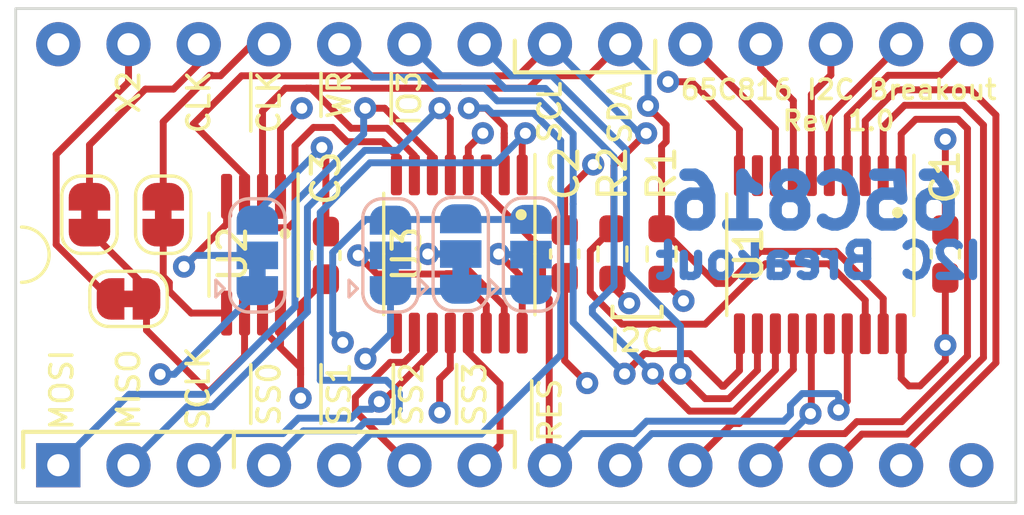
<source format=kicad_pcb>
(kicad_pcb (version 20211014) (generator pcbnew)
  (layers (0 "F.Cu" signal) (1 "In1.Cu" signal) (2 "In2.Cu" signal) (31 "B.Cu" signal) (35 "F.Paste" user) (37 "F.SilkS" user "F.Silkscreen") (38 "B.Mask" user) (39 "F.Mask" user) (44 "Edge.Cuts" user))
  (net 0 "")
  (net 1 "/MOSI")
  (net 2 "/MISO")
  (net 3 "/SPICLK")
  (net 4 "/~{SS0}")
  (net 5 "/~{SS1}")
  (net 6 "/~{SS2}")
  (net 7 "/~{SS3}")
  (net 8 "/~{RES}")
  (net 9 "/A1")
  (net 10 "/A0")
  (net 11 "/D0")
  (net 12 "/D1")
  (net 13 "/D2")
  (net 14 "/D3")
  (net 15 "/D4")
  (net 16 "/D5")
  (net 17 "/D6")
  (net 18 "/D7")
  (net 19 "/SDA")
  (net 20 "/SCL")
  (net 21 "/~{RD}")
  (net 22 "/~{IO3}")
  (net 23 "/~{WR}")
  (net 24 "/CLK_INV")
  (net 25 "/CLK")
  (net 26 "/X2_OUT")
  (net 27 "GND")
  (net 28 "+3.3V")
  (net 32 "/CLK_A0")
  (net 33 "/SPI_A0")
  (net 34 "/SPI_A1")
  (net 35 "/SPI_A2")
  (net 36 "/CLK_OUT0")
  (net 37 "/CLK_OUT1")
  (footprint "Resistor_SMD:R_0603_1608Metric_Pad0.98x0.95mm_HandSolder" (layer "F.Cu") (at 150.4696 59.5376 -90)
    (fp_text reference "R1")
    (fp_text value "R")
  )
  (footprint "Package_SO:TSSOP-16_4.4x5mm_P0.65mm" (layer "F.Cu") (at 143.1544 59.5376 -90)
    (fp_text reference "U3")
    (fp_text value "SC18IS602B")
  )
  (footprint "Jumper:SolderJumper-2_P1.3mm_Bridged_RoundedPad1.0x1.5mm" (layer "F.Cu") (at 132.446 58.1152 90)
    (fp_text reference "JP4" hide)
    (fp_text value "CLK_INV")
  )
  (footprint "Jumper:SolderJumper-2_P1.3mm_Bridged_RoundedPad1.0x1.5mm" (layer "F.Cu") (at 131.191 61.1632 180)
    (fp_text reference "JP2" hide)
    (fp_text value "X2_OUT")
  )
  (footprint "Package_SO:TSSOP-20_4.4x6.5mm_P0.65mm" (layer "F.Cu") (at 156.21 59.563 -90)
    (fp_text reference "U1")
    (fp_text value "PCA9564")
  )
  (footprint "Package_DIP:DIP-28_W15.24mm_Socket" (layer "F.Cu") (at 128.651 67.183 90)
    (fp_text reference "J1" hide)
    (fp_text value "TestBoard_Socket")
  )
  (footprint "Capacitor_SMD:C_0603_1608Metric_Pad1.08x0.95mm_HandSolder" (layer "F.Cu") (at 160.7312 59.5387 90)
    (fp_text reference "C1")
    (fp_text value "C")
  )
  (footprint "Capacitor_SMD:C_0603_1608Metric_Pad1.08x0.95mm_HandSolder" (layer "F.Cu") (at 146.9644 59.5376 90)
    (fp_text reference "C2")
    (fp_text value "C")
  )
  (footprint "Jumper:SolderJumper-2_P1.3mm_Bridged_RoundedPad1.0x1.5mm" (layer "F.Cu") (at 129.779 58.1152 90)
    (fp_text reference "JP3" hide)
    (fp_text value "CLK")
  )
  (footprint "Resistor_SMD:R_0603_1608Metric_Pad0.98x0.95mm_HandSolder" (layer "F.Cu") (at 148.6916 59.5376 -90)
    (fp_text reference "R2")
    (fp_text value "R")
  )
  (footprint "Package_SO:MSOP-8_3x3mm_P0.65mm" (layer "F.Cu") (at 135.7122 59.563 -90)
    (fp_text reference "U2")
    (fp_text value "LTC6904")
  )
  (footprint "Capacitor_SMD:C_0603_1608Metric_Pad1.08x0.95mm_HandSolder" (layer "F.Cu") (at 138.3284 59.5884 90)
    (fp_text reference "C3")
    (fp_text value "C")
  )
  (footprint "Jumper:SolderJumper-3_P1.3mm_Bridged12_RoundedPad1.0x1.5mm" (layer "B.Cu") (at 143.2052 59.5384 90)
    (fp_text reference "JP6" hide)
    (fp_text value "SPI_A1_SET")
  )
  (footprint "Jumper:SolderJumper-3_P1.3mm_Bridged12_RoundedPad1.0x1.5mm" (layer "B.Cu") (at 140.6652 59.5884 90)
    (fp_text reference "JP5" hide)
    (fp_text value "SPI_A0_SET")
  )
  (footprint "Jumper:SolderJumper-3_P1.3mm_Bridged12_RoundedPad1.0x1.5mm" (layer "B.Cu") (at 135.8491 59.5884 90)
    (fp_text reference "JP1" hide)
    (fp_text value "CLK_A0_SET" hide)
  )
  (footprint "Jumper:SolderJumper-3_P1.3mm_Bridged12_RoundedPad1.0x1.5mm" (layer "B.Cu") (at 145.7452 59.5584 90)
    (fp_text reference "JP7" hide)
    (fp_text value "SPI_A2_SET")
  )
  (gr_line (start 148.6916 61.4426) (end 148.6916 61.8236) (layer "F.SilkS") (width 0.15))
  (gr_line (start 148.6916 61.8236) (end 150.4696 61.8236) (layer "F.SilkS") (width 0.15))
  (gr_circle (center 136.8552 58.801) (end 136.9822 58.801) (layer "F.SilkS") (width 0.15) (fill solid))
  (gr_line (start 150.4696 61.8236) (end 150.4696 61.4426) (layer "F.SilkS") (width 0.15))
  (gr_line (start 135.001 65.9765) (end 145.161 65.9765) (layer "F.SilkS") (width 0.15))
  (gr_line (start 145.161 51.816) (end 145.161 52.959) (layer "F.SilkS") (width 0.15))
  (gr_line (start 145.161 52.959) (end 150.241 52.959) (layer "F.SilkS") (width 0.15))
  (gr_line (start 145.161 65.9765) (end 145.161 67.2592) (layer "F.SilkS") (width 0.15))
  (gr_line (start 127.381 65.9765) (end 135.001 65.9765) (layer "F.SilkS") (width 0.15))
  (gr_circle (center 159.004 58.039) (end 159.131 58.039) (layer "F.SilkS") (width 0.15) (fill solid))
  (gr_circle (center 145.3896 58.1152) (end 145.5166 58.1152) (layer "F.SilkS") (width 0.15) (fill solid))
  (gr_line (start 135.001 65.9765) (end 135.001 67.2592) (layer "F.SilkS") (width 0.15))
  (gr_line (start 150.241 52.959) (end 150.241 51.816) (layer "F.SilkS") (width 0.15))
  (gr_line (start 127.381 65.9765) (end 127.381 67.2592) (layer "F.SilkS") (width 0.15))
  (gr_rect (start 127.112 50.6526) (end 163.2816 68.5342) (layer "Edge.Cuts") (width 0.1) (fill none))
  (gr_text "I2C Breakout" (at 156.1592 59.7916) (layer "B.Cu") (effects (font (size 1.2 1.2) (thickness 0.3)) (justify mirror)))
  (gr_text "65C816" (at 156.0068 57.658) (layer "B.Cu") (effects (font (size 1.8 1.8) (thickness 0.45)) (justify mirror)))
  (gr_text "~{SS3}" (at 143.7132 65.8368 90) (layer "F.SilkS") (effects (font (size 0.8 0.8) (thickness 0.13)) (justify left)))
  (gr_text "~{IO3}" (at 141.351 52.832 90) (layer "F.SilkS") (effects (font (size 0.8 0.8) (thickness 0.13)) (justify right)))
  (gr_text "~{CLK}\n" (at 136.271 52.832 90) (layer "F.SilkS") (effects (font (size 0.8 0.8) (thickness 0.13)) (justify right)))
  (gr_text "I2C" (at 150.622 62.6618) (layer "F.SilkS") (effects (font (size 0.8 0.8) (thickness 0.13)) (justify right)))
  (gr_text "X2" (at 131.191 52.832 90) (layer "F.SilkS") (effects (font (size 0.8 0.8) (thickness 0.13)) (justify right)))
  (gr_text "~{SS2}" (at 141.4272 65.8368 90) (layer "F.SilkS") (effects (font (size 0.8 0.8) (thickness 0.13)) (justify left)))
  (gr_text "~{SS1}" (at 138.811 65.8368 90) (layer "F.SilkS") (effects (font (size 0.8 0.8) (thickness 0.13)) (justify left)))
  (gr_text "~{WR}" (at 138.811 52.832 90) (layer "F.SilkS") (effects (font (size 0.8 0.8) (thickness 0.13)) (justify right)))
  (gr_text "MOSI" (at 128.778 65.9892 90) (layer "F.SilkS") (effects (font (size 0.8 0.8) (thickness 0.13)) (justify left)))
  (gr_text "MISO" (at 131.191 65.9765 90) (layer "F.SilkS") (effects (font (size 0.8 0.8) (thickness 0.13)) (justify left)))
  (gr_text "SDA" (at 148.971 53.213 90) (layer "F.SilkS") (effects (font (size 0.8 0.8) (thickness 0.13)) (justify right)))
  (gr_text "SCL" (at 146.431 53.213 90) (layer "F.SilkS") (effects (font (size 0.8 0.8) (thickness 0.13)) (justify right)))
  (gr_text "SCLK" (at 133.7056 65.9892 90) (layer "F.SilkS") (effects (font (size 0.8 0.8) (thickness 0.13)) (justify left)))
  (gr_text "~{SS0}" (at 136.271 65.8368 90) (layer "F.SilkS") (effects (font (size 0.8 0.8) (thickness 0.13)) (justify left)))
  (gr_text "~{RES}" (at 146.431 66.421 90) (layer "F.SilkS") (effects (font (size 0.8 0.8) (thickness 0.13)) (justify left)))
  (gr_text "CLK\n" (at 133.731 52.832 90) (layer "F.SilkS") (effects (font (size 0.8 0.8) (thickness 0.13)) (justify right)))
  (gr_text "65C816 I2C Breakout\nRev 1.0" (at 156.8704 54.1528) (layer "F.SilkS") (effects (font (size 0.7 0.7) (thickness 0.13))))
  (segment (start 142.1794 55.986559) (end 142.1794 56.6751) (width 0.25) (layer "F.Cu") (net 1))
  (segment (start 140.453341 54.2605) (end 142.1794 55.986559) (width 0.25) (layer "F.Cu") (net 1))
  (segment (start 139.7508 54.2605) (end 140.453341 54.2605) (width 0.25) (layer "F.Cu") (net 1))
  (via (at 139.7508 54.2605) (size 0.8) (drill 0.4) (layers "F.Cu" "B.Cu") (net 1))
  (segment (start 139.694905 55.191798) (end 137.2108 57.675903) (width 0.25) (layer "B.Cu") (net 1))
  (segment (start 137.2108 57.675903) (end 137.2108 61.449705) (width 0.25) (layer "B.Cu") (net 1))
  (segment (start 139.694905 54.316395) (end 139.694905 55.191798) (width 0.25) (layer "B.Cu") (net 1))
  (segment (start 134.042905 64.6176) (end 131.2164 64.6176) (width 0.25) (layer "B.Cu") (net 1))
  (segment (start 139.7508 54.2605) (end 139.694905 54.316395) (width 0.25) (layer "B.Cu") (net 1))
  (segment (start 137.2108 61.449705) (end 134.042905 64.6176) (width 0.25) (layer "B.Cu") (net 1))
  (segment (start 131.2164 64.6176) (end 128.651 67.183) (width 0.25) (layer "B.Cu") (net 1))
  (segment (start 142.8294 54.6467) (end 142.8294 56.6751) (width 0.25) (layer "F.Cu") (net 2))
  (segment (start 142.4432 54.2605) (end 142.8294 54.6467) (width 0.25) (layer "F.Cu") (net 2))
  (via (at 142.4432 54.2605) (size 0.8) (drill 0.4) (layers "F.Cu" "B.Cu") (net 2))
  (segment (start 142.4432 54.2605) (end 140.9181 55.7856) (width 0.25) (layer "B.Cu") (net 2))
  (segment (start 139.737499 55.7856) (end 137.6608 57.862299) (width 0.25) (layer "B.Cu") (net 2))
  (segment (start 133.3064 65.0676) (end 131.191 67.183) (width 0.25) (layer "B.Cu") (net 2))
  (segment (start 140.9181 55.7856) (end 139.737499 55.7856) (width 0.25) (layer "B.Cu") (net 2))
  (segment (start 137.6608 57.862299) (end 137.6608 61.636101) (width 0.25) (layer "B.Cu") (net 2))
  (segment (start 137.6608 61.636101) (end 134.229301 65.0676) (width 0.25) (layer "B.Cu") (net 2))
  (segment (start 134.229301 65.0676) (end 133.3064 65.0676) (width 0.25) (layer "B.Cu") (net 2))
  (segment (start 140.384541 64.8835) (end 142.1794 63.088641) (width 0.25) (layer "F.Cu") (net 3))
  (segment (start 140.2588 64.8835) (end 140.384541 64.8835) (width 0.25) (layer "F.Cu") (net 3))
  (segment (start 142.1794 63.088641) (end 142.1794 62.4001) (width 0.25) (layer "F.Cu") (net 3))
  (via (at 140.2588 64.8835) (size 0.8) (drill 0.4) (layers "F.Cu" "B.Cu") (net 3))
  (segment (start 134.874 66.04) (end 133.731 67.183) (width 0.25) (layer "B.Cu") (net 3))
  (segment (start 139.563208 65.158) (end 139.240008 65.4812) (width 0.25) (layer "B.Cu") (net 3))
  (segment (start 140.2588 64.8835) (end 139.9843 65.158) (width 0.25) (layer "B.Cu") (net 3))
  (segment (start 137.336404 65.4812) (end 136.777604 66.04) (width 0.25) (layer "B.Cu") (net 3))
  (segment (start 136.777604 66.04) (end 134.874 66.04) (width 0.25) (layer "B.Cu") (net 3))
  (segment (start 139.240008 65.4812) (end 137.336404 65.4812) (width 0.25) (layer "B.Cu") (net 3))
  (segment (start 139.9843 65.158) (end 139.563208 65.158) (width 0.25) (layer "B.Cu") (net 3))
  (segment (start 145.542353 55.1677) (end 145.4294 55.280653) (width 0.25) (layer "F.Cu") (net 4))
  (segment (start 145.4294 55.280653) (end 145.4294 56.6751) (width 0.25) (layer "F.Cu") (net 4))
  (via (at 145.542353 55.1677) (size 0.8) (drill 0.4) (layers "F.Cu" "B.Cu") (net 4))
  (segment (start 139.419204 65.9384) (end 137.5156 65.9384) (width 0.25) (layer "B.Cu") (net 4))
  (segment (start 144.474453 56.2356) (end 139.923895 56.2356) (width 0.25) (layer "B.Cu") (net 4))
  (segment (start 140.559605 65.608) (end 139.749604 65.608) (width 0.25) (layer "B.Cu") (net 4))
  (segment (start 140.9838 64.583195) (end 140.9838 65.183805) (width 0.25) (layer "B.Cu") (net 4))
  (segment (start 145.542353 55.1677) (end 144.474453 56.2356) (width 0.25) (layer "B.Cu") (net 4))
  (segment (start 139.749604 65.608) (end 139.419204 65.9384) (width 0.25) (layer "B.Cu") (net 4))
  (segment (start 137.5156 65.9384) (end 136.271 67.183) (width 0.25) (layer "B.Cu") (net 4))
  (segment (start 140.9838 65.183805) (end 140.559605 65.608) (width 0.25) (layer "B.Cu") (net 4))
  (segment (start 138.1252 64.1096) (end 140.510205 64.1096) (width 0.25) (layer "B.Cu") (net 4))
  (segment (start 138.1252 58.034295) (end 138.1252 64.1096) (width 0.25) (layer "B.Cu") (net 4))
  (segment (start 140.510205 64.1096) (end 140.9838 64.583195) (width 0.25) (layer "B.Cu") (net 4))
  (segment (start 139.923895 56.2356) (end 138.1252 58.034295) (width 0.25) (layer "B.Cu") (net 4))
  (segment (start 144.1257 54.2605) (end 144.7794 54.9142) (width 0.25) (layer "F.Cu") (net 5))
  (segment (start 144.7794 55.1694) (end 144.7794 55.3206) (width 0.25) (layer "F.Cu") (net 5))
  (segment (start 143.500872 54.2605) (end 144.1257 54.2605) (width 0.25) (layer "F.Cu") (net 5))
  (segment (start 144.78 55.1688) (end 144.7794 55.1694) (width 0.25) (layer "F.Cu") (net 5))
  (segment (start 144.7794 54.9142) (end 144.7794 56.6751) (width 0.25) (layer "F.Cu") (net 5))
  (segment (start 144.7794 55.3206) (end 144.7794 56.6751) (width 0.25) (layer "F.Cu") (net 5))
  (via (at 143.500872 54.2605) (size 0.8) (drill 0.4) (layers "F.Cu" "B.Cu") (net 5))
  (segment (start 145.843158 54.4432) (end 146.568758 55.1688) (width 0.25) (layer "B.Cu") (net 5))
  (segment (start 144.152909 54.2544) (end 144.341709 54.4432) (width 0.25) (layer "B.Cu") (net 5))
  (segment (start 143.500872 54.2605) (end 143.506972 54.2544) (width 0.25) (layer "B.Cu") (net 5))
  (segment (start 139.936 66.058) (end 138.811 67.183) (width 0.25) (layer "B.Cu") (net 5))
  (segment (start 146.568758 55.179558) (end 146.8202 55.431) (width 0.25) (layer "B.Cu") (net 5))
  (segment (start 143.506972 54.2544) (end 144.152909 54.2544) (width 0.25) (layer "B.Cu") (net 5))
  (segment (start 143.9492 66.058) (end 139.936 66.058) (width 0.25) (layer "B.Cu") (net 5))
  (segment (start 146.8202 55.431) (end 146.8202 63.187) (width 0.25) (layer "B.Cu") (net 5))
  (segment (start 146.8202 63.187) (end 143.9492 66.058) (width 0.25) (layer "B.Cu") (net 5))
  (segment (start 146.568758 55.1688) (end 146.568758 55.179558) (width 0.25) (layer "B.Cu") (net 5))
  (segment (start 144.341709 54.4432) (end 145.843158 54.4432) (width 0.25) (layer "B.Cu") (net 5))
  (segment (start 139.3952 65.2272) (end 139.3952 64.7192) (width 0.25) (layer "F.Cu") (net 6))
  (segment (start 141.155441 63.4626) (end 141.5294 63.088641) (width 0.25) (layer "F.Cu") (net 6))
  (segment (start 141.351 67.183) (end 139.3952 65.2272) (width 0.25) (layer "F.Cu") (net 6))
  (segment (start 140.6518 63.4626) (end 141.155441 63.4626) (width 0.25) (layer "F.Cu") (net 6))
  (segment (start 141.5294 63.088641) (end 141.5294 62.4001) (width 0.25) (layer "F.Cu") (net 6))
  (segment (start 139.3952 64.7192) (end 140.6518 63.4626) (width 0.25) (layer "F.Cu") (net 6))
  (segment (start 143.4794 63.088641) (end 143.4794 62.4001) (width 0.25) (layer "F.Cu") (net 7))
  (segment (start 144.6276 64.236841) (end 143.4794 63.088641) (width 0.25) (layer "F.Cu") (net 7))
  (segment (start 144.6276 66.4464) (end 144.6276 64.236841) (width 0.25) (layer "F.Cu") (net 7))
  (segment (start 143.891 67.183) (end 144.6276 66.4464) (width 0.25) (layer "F.Cu") (net 7))
  (segment (start 146.4056 67.1576) (end 146.4056 61.174295) (width 0.25) (layer "F.Cu") (net 8))
  (segment (start 146.4056 61.174295) (end 146.1644 60.933095) (width 0.25) (layer "F.Cu") (net 8))
  (segment (start 146.1644 59.867105) (end 146.398632 59.632873) (width 0.25) (layer "F.Cu") (net 8))
  (segment (start 157.185 64.8618) (end 157.185 62.4255) (width 0.25) (layer "F.Cu") (net 8))
  (segment (start 146.398632 59.632873) (end 144.1294 57.363641) (width 0.25) (layer "F.Cu") (net 8))
  (segment (start 146.431 67.183) (end 146.4056 67.1576) (width 0.25) (layer "F.Cu") (net 8))
  (segment (start 156.8704 65.1764) (end 157.185 64.8618) (width 0.25) (layer "F.Cu") (net 8))
  (segment (start 144.1294 57.363641) (end 144.1294 56.6751) (width 0.25) (layer "F.Cu") (net 8))
  (segment (start 146.1644 60.933095) (end 146.1644 59.867105) (width 0.25) (layer "F.Cu") (net 8))
  (via (at 156.8704 65.1764) (size 0.8) (drill 0.4) (layers "F.Cu" "B.Cu") (net 8))
  (segment (start 149.927604 65.59) (end 149.477604 66.04) (width 0.25) (layer "B.Cu") (net 8))
  (segment (start 155.554095 64.5905) (end 155.1294 65.015195) (width 0.25) (layer "B.Cu") (net 8))
  (segment (start 156.7925 64.5905) (end 155.554095 64.5905) (width 0.25) (layer "B.Cu") (net 8))
  (segment (start 149.477604 66.04) (end 147.574 66.04) (width 0.25) (layer "B.Cu") (net 8))
  (segment (start 156.8704 64.6684) (end 156.7925 64.5905) (width 0.25) (layer "B.Cu") (net 8))
  (segment (start 155.1294 65.015195) (end 155.1294 65.3426) (width 0.25) (layer "B.Cu") (net 8))
  (segment (start 154.882 65.59) (end 149.927604 65.59) (width 0.25) (layer "B.Cu") (net 8))
  (segment (start 156.8704 65.1764) (end 156.8704 64.6684) (width 0.25) (layer "B.Cu") (net 8))
  (segment (start 155.1294 65.3426) (end 154.882 65.59) (width 0.25) (layer "B.Cu") (net 8))
  (segment (start 147.574 66.04) (end 146.431 67.183) (width 0.25) (layer "B.Cu") (net 8))
  (segment (start 155.885 65.2849) (end 155.885 62.4255) (width 0.25) (layer "F.Cu") (net 9))
  (segment (start 155.8544 65.3155) (end 155.885 65.2849) (width 0.25) (layer "F.Cu") (net 9))
  (via (at 155.8544 65.3155) (size 0.8) (drill 0.4) (layers "F.Cu" "B.Cu") (net 9))
  (segment (start 155.1299 66.04) (end 150.114 66.04) (width 0.25) (layer "B.Cu") (net 9))
  (segment (start 150.114 66.04) (end 148.971 67.183) (width 0.25) (layer "B.Cu") (net 9))
  (segment (start 155.8544 65.3155) (end 155.1299 66.04) (width 0.25) (layer "B.Cu") (net 9))
  (segment (start 153.019198 65.674802) (end 153.27599 65.674802) (width 0.25) (layer "F.Cu") (net 10))
  (segment (start 153.27599 65.674802) (end 155.235 63.715792) (width 0.25) (layer "F.Cu") (net 10))
  (segment (start 151.511 67.183) (end 153.019198 65.674802) (width 0.25) (layer "F.Cu") (net 10))
  (segment (start 155.235 63.715792) (end 155.235 62.4255) (width 0.25) (layer "F.Cu") (net 10))
  (segment (start 155.194 66.04) (end 154.051 67.183) (width 0.25) (layer "F.Cu") (net 11))
  (segment (start 161.5312 63.232004) (end 159.155204 65.608) (width 0.25) (layer "F.Cu") (net 11))
  (segment (start 157.097604 66.04) (end 155.194 66.04) (width 0.25) (layer "F.Cu") (net 11))
  (segment (start 159.135 56.7005) (end 159.135 55.1902) (width 0.25) (layer "F.Cu") (net 11))
  (segment (start 161.1884 54.6608) (end 161.5312 55.0036) (width 0.25) (layer "F.Cu") (net 11))
  (segment (start 159.135 55.1902) (end 159.6644 54.6608) (width 0.25) (layer "F.Cu") (net 11))
  (segment (start 157.529604 65.608) (end 157.097604 66.04) (width 0.25) (layer "F.Cu") (net 11))
  (segment (start 159.6644 54.6608) (end 161.1884 54.6608) (width 0.25) (layer "F.Cu") (net 11))
  (segment (start 159.155204 65.608) (end 157.529604 65.608) (width 0.25) (layer "F.Cu") (net 11))
  (segment (start 161.5312 55.0036) (end 161.5312 63.232004) (width 0.25) (layer "F.Cu") (net 11))
  (segment (start 158.485 54.9258) (end 159.258 54.1528) (width 0.25) (layer "F.Cu") (net 12))
  (segment (start 162.11 63.2896) (end 159.3416 66.058) (width 0.25) (layer "F.Cu") (net 12))
  (segment (start 159.258 54.1528) (end 161.3916 54.1528) (width 0.25) (layer "F.Cu") (net 12))
  (segment (start 157.716 66.058) (end 156.591 67.183) (width 0.25) (layer "F.Cu") (net 12))
  (segment (start 158.485 56.7005) (end 158.485 54.9258) (width 0.25) (layer "F.Cu") (net 12))
  (segment (start 162.11 54.8712) (end 162.11 63.2896) (width 0.25) (layer "F.Cu") (net 12))
  (segment (start 159.3416 66.058) (end 157.716 66.058) (width 0.25) (layer "F.Cu") (net 12))
  (segment (start 161.3916 54.1528) (end 162.11 54.8712) (width 0.25) (layer "F.Cu") (net 12))
  (segment (start 162.56 63.475996) (end 159.131 66.904996) (width 0.25) (layer "F.Cu") (net 13))
  (segment (start 157.835 56.7005) (end 157.835 54.7122) (width 0.25) (layer "F.Cu") (net 13))
  (segment (start 162.56 54.5084) (end 162.56 63.475996) (width 0.25) (layer "F.Cu") (net 13))
  (segment (start 158.9532 53.594) (end 161.6456 53.594) (width 0.25) (layer "F.Cu") (net 13))
  (segment (start 157.835 54.7122) (end 158.9532 53.594) (width 0.25) (layer "F.Cu") (net 13))
  (segment (start 161.6456 53.594) (end 162.56 54.5084) (width 0.25) (layer "F.Cu") (net 13))
  (segment (start 159.131 66.904996) (end 159.131 67.183) (width 0.25) (layer "F.Cu") (net 13))
  (segment (start 157.185 54.5494) (end 158.6664 53.068) (width 0.25) (layer "F.Cu") (net 14))
  (segment (start 158.6664 53.068) (end 160.546 53.068) (width 0.25) (layer "F.Cu") (net 14))
  (segment (start 160.546 53.068) (end 161.671 51.943) (width 0.25) (layer "F.Cu") (net 14))
  (segment (start 157.185 56.7005) (end 157.185 54.5494) (width 0.25) (layer "F.Cu") (net 14))
  (segment (start 156.535 54.539) (end 156.535 56.7005) (width 0.25) (layer "F.Cu") (net 15))
  (segment (start 159.131 51.943) (end 156.535 54.539) (width 0.25) (layer "F.Cu") (net 15))
  (segment (start 155.885 53.7666) (end 155.885 56.7005) (width 0.25) (layer "F.Cu") (net 16))
  (segment (start 156.591 53.0606) (end 155.885 53.7666) (width 0.25) (layer "F.Cu") (net 16))
  (segment (start 156.591 51.943) (end 156.591 53.0606) (width 0.25) (layer "F.Cu") (net 16))
  (segment (start 155.235 53.9906) (end 155.235 56.7005) (width 0.25) (layer "F.Cu") (net 17))
  (segment (start 154.051 51.943) (end 154.051 52.8066) (width 0.25) (layer "F.Cu") (net 17))
  (segment (start 154.051 52.8066) (end 155.235 53.9906) (width 0.25) (layer "F.Cu") (net 17))
  (segment (start 154.585 55.017) (end 154.585 56.7005) (width 0.25) (layer "F.Cu") (net 18))
  (segment (start 151.511 51.943) (end 154.585 55.017) (width 0.25) (layer "F.Cu") (net 18))
  (segment (start 145.6656 53.536) (end 140.6216 53.536) (width 0.25) (layer "F.Cu") (net 19))
  (segment (start 136.0372 54.3612) (end 136.0372 57.4505) (width 0.25) (layer "F.Cu") (net 19))
  (segment (start 141.5294 55.972956) (end 141.177822 55.621378) (width 0.25) (layer "F.Cu") (net 19))
  (segment (start 137.6244 53.536) (end 137.789196 53.536) (width 0.25) (layer "F.Cu") (net 19))
  (segment (start 137.789196 53.536) (end 139.238696 54.9855) (width 0.25) (layer "F.Cu") (net 19))
  (segment (start 141.5294 56.6751) (end 141.5294 55.972956) (width 0.25) (layer "F.Cu") (net 19))
  (segment (start 136.8624 53.536) (end 136.0372 54.3612) (width 0.25) (layer "F.Cu") (net 19))
  (segment (start 150.6358 55.469105) (end 150.4696 55.635305) (width 0.25) (layer "F.Cu") (net 19))
  (segment (start 158.485 62.4255) (end 158.485 61.1522) (width 0.25) (layer "F.Cu") (net 19))
  (segment (start 143.2052 53.5432) (end 143.198 53.536) (width 0.25) (layer "F.Cu") (net 19))
  (segment (start 154.042404 59.4432) (end 152.881204 60.6044) (width 0.25) (layer "F.Cu") (net 19))
  (segment (start 158.485 61.1522) (end 156.776 59.4432) (width 0.25) (layer "F.Cu") (net 19))
  (segment (start 152.881204 60.6044) (end 152.4489 60.6044) (width 0.25) (layer "F.Cu") (net 19))
  (segment (start 149.977286 54.4438) (end 150.211105 54.4438) (width 0.25) (layer "F.Cu") (net 19))
  (segment (start 156.776 59.4432) (end 154.042404 59.4432) (width 0.25) (layer "F.Cu") (net 19))
  (segment (start 147.828 53.086) (end 146.1156 53.086) (width 0.25) (layer "F.Cu") (net 19))
  (segment (start 140.541945 54.9855) (end 141.177822 55.621378) (width 0.25) (layer "F.Cu") (net 19))
  (segment (start 150.211105 54.4438) (end 150.6358 54.868495) (width 0.25) (layer "F.Cu") (net 19))
  (segment (start 148.971 51.943) (end 147.828 53.086) (width 0.25) (layer "F.Cu") (net 19))
  (segment (start 150.6358 54.868495) (end 150.6358 55.469105) (width 0.25) (layer "F.Cu") (net 19))
  (segment (start 152.4489 60.6044) (end 150.4696 58.6251) (width 0.25) (layer "F.Cu") (net 19))
  (segment (start 149.977286 54.171511) (end 149.977286 54.4438) (width 0.25) (layer "F.Cu") (net 19))
  (segment (start 150.4696 55.635305) (end 150.4696 58.6251) (width 0.25) (layer "F.Cu") (net 19))
  (segment (start 143.198 53.536) (end 137.6244 53.536) (width 0.25) (layer "F.Cu") (net 19))
  (segment (start 141.177822 55.621378) (end 141.5294 55.972955) (width 0.25) (layer "F.Cu") (net 19))
  (segment (start 146.1156 53.086) (end 145.6656 53.536) (width 0.25) (layer "F.Cu") (net 19))
  (segment (start 137.6244 53.536) (end 136.8624 53.536) (width 0.25) (layer "F.Cu") (net 19))
  (segment (start 139.238696 54.9855) (end 140.541945 54.9855) (width 0.25) (layer "F.Cu") (net 19))
  (via (at 149.977286 54.171511) (size 0.8) (drill 0.4) (layers "F.Cu" "B.Cu") (net 19))
  (segment (start 149.977286 52.949286) (end 148.971 51.943) (width 0.25) (layer "B.Cu") (net 19))
  (segment (start 149.977286 54.171511) (end 149.977286 52.949286) (width 0.25) (layer "B.Cu") (net 19))
  (segment (start 140.8794 55.972955) (end 140.8794 56.6751) (width 0.25) (layer "F.Cu") (net 20))
  (segment (start 148.7424 56.3372) (end 148.7424 58.5743) (width 0.25) (layer "F.Cu") (net 20))
  (segment (start 147.969305 61.0108) (end 147.9804 61.0108) (width 0.25) (layer "F.Cu") (net 20))
  (segment (start 148.6916 58.6251) (end 147.8916 59.4251) (width 0.25) (layer "F.Cu") (net 20))
  (segment (start 152.0444 62.0776) (end 154.2288 59.8932) (width 0.25) (layer "F.Cu") (net 20))
  (segment (start 140.380045 55.4736) (end 140.8794 55.972955) (width 0.25) (layer "F.Cu") (net 20))
  (segment (start 133.533321 54.833079) (end 135.2804 53.086) (width 0.25) (layer "F.Cu") (net 20))
  (segment (start 147.9804 61.0108) (end 147.924053 60.965548) (width 0.25) (layer "F.Cu") (net 20))
  (segment (start 137.880701 54.956099) (end 138.572899 54.956099) (width 0.25) (layer "F.Cu") (net 20))
  (segment (start 135.761159 58.588) (end 136.963241 58.588) (width 0.25) (layer "F.Cu") (net 20))
  (segment (start 135.3872 57.4505) (end 135.3872 58.214041) (width 0.25) (layer "F.Cu") (net 20))
  (segment (start 147.8916 59.4251) (end 147.8916 60.922) (width 0.25) (layer "F.Cu") (net 20))
  (segment (start 145.288 53.086) (end 146.431 51.943) (width 0.25) (layer "F.Cu") (net 20))
  (segment (start 138.572899 54.956099) (end 139.0904 55.4736) (width 0.25) (layer "F.Cu") (net 20))
  (segment (start 147.9804 61.0108) (end 147.9804 61.028703) (width 0.25) (layer "F.Cu") (net 20))
  (segment (start 139.0904 55.4736) (end 140.380045 55.4736) (width 0.25) (layer "F.Cu") (net 20))
  (segment (start 135.3872 57.4505) (end 135.3872 56.686959) (width 0.25) (layer "F.Cu") (net 20))
  (segment (start 136.963241 58.588) (end 137.2122 58.339041) (width 0.25) (layer "F.Cu") (net 20))
  (segment (start 137.2122 58.339041) (end 137.2122 55.6246) (width 0.25) (layer "F.Cu") (net 20))
  (segment (start 156.5148 59.8932) (end 157.835 61.2134) (width 0.25) (layer "F.Cu") (net 20))
  (segment (start 148.7424 58.5743) (end 148.6916 58.6251) (width 0.25) (layer "F.Cu") (net 20))
  (segment (start 149.9108 55.1688) (end 148.7424 56.3372) (width 0.25) (layer "F.Cu") (net 20))
  (segment (start 147.9804 61.028703) (end 149.029297 62.0776) (width 0.25) (layer "F.Cu") (net 20))
  (segment (start 149.029297 62.0776) (end 152.0444 62.0776) (width 0.25) (layer "F.Cu") (net 20))
  (segment (start 147.8916 60.922) (end 147.9804 61.0108) (width 0.25) (layer "F.Cu") (net 20))
  (segment (start 157.835 61.2134) (end 157.835 62.4255) (width 0.25) (layer "F.Cu") (net 20))
  (segment (start 137.2122 55.6246) (end 137.880701 54.956099) (width 0.25) (layer "F.Cu") (net 20))
  (segment (start 135.2804 53.086) (end 145.288 53.086) (width 0.25) (layer "F.Cu") (net 20))
  (segment (start 154.2288 59.8932) (end 156.5148 59.8932) (width 0.25) (layer "F.Cu") (net 20))
  (segment (start 135.3872 56.686959) (end 133.533321 54.833079) (width 0.25) (layer "F.Cu") (net 20))
  (segment (start 147.924053 60.965548) (end 147.969305 61.0108) (width 0.25) (layer "F.Cu") (net 20))
  (segment (start 135.3872 58.214041) (end 135.761159 58.588) (width 0.25) (layer "F.Cu") (net 20))
  (via (at 149.9108 55.1688) (size 0.8) (drill 0.4) (layers "F.Cu" "B.Cu") (net 20))
  (segment (start 149.6568 55.1688) (end 146.431 51.943) (width 0.25) (layer "B.Cu") (net 20))
  (segment (start 149.9108 55.1688) (end 149.6568 55.1688) (width 0.25) (layer "B.Cu") (net 20))
  (segment (start 152.049202 64.774802) (end 152.903198 64.774802) (width 0.25) (layer "F.Cu") (net 21))
  (segment (start 152.903198 64.774802) (end 153.935 63.743) (width 0.25) (layer "F.Cu") (net 21))
  (segment (start 153.935 63.743) (end 153.935 62.4255) (width 0.25) (layer "F.Cu") (net 21))
  (segment (start 151.151101 63.876701) (end 152.049202 64.774802) (width 0.25) (layer "F.Cu") (net 21))
  (segment (start 151.151101 63.8689) (end 151.151101 63.876701) (width 0.25) (layer "F.Cu") (net 21))
  (via (at 151.151101 63.8689) (size 0.8) (drill 0.4) (layers "F.Cu" "B.Cu") (net 21))
  (segment (start 145.034 53.086) (end 143.891 51.943) (width 0.25) (layer "B.Cu") (net 21))
  (segment (start 149.1996 60.198) (end 149.1996 55.7784) (width 0.25) (layer "B.Cu") (net 21))
  (segment (start 146.5072 53.086) (end 145.034 53.086) (width 0.25) (layer "B.Cu") (net 21))
  (segment (start 151.151101 62.149501) (end 149.1996 60.198) (width 0.25) (layer "B.Cu") (net 21))
  (segment (start 149.1996 55.7784) (end 146.5072 53.086) (width 0.25) (layer "B.Cu") (net 21))
  (segment (start 151.151101 63.8689) (end 151.151101 62.149501) (width 0.25) (layer "B.Cu") (net 21))
  (segment (start 154.585 63.729396) (end 154.585 62.4255) (width 0.25) (layer "F.Cu") (net 22))
  (segment (start 150.426101 64.169205) (end 151.481698 65.224802) (width 0.25) (layer "F.Cu") (net 22))
  (segment (start 151.481698 65.224802) (end 153.089594 65.224802) (width 0.25) (layer "F.Cu") (net 22))
  (segment (start 150.426101 64.143403) (end 150.426101 64.169205) (width 0.25) (layer "F.Cu") (net 22))
  (segment (start 150.151598 63.8689) (end 150.426101 64.143403) (width 0.25) (layer "F.Cu") (net 22))
  (segment (start 153.089594 65.224802) (end 154.585 63.729396) (width 0.25) (layer "F.Cu") (net 22))
  (via (at 150.151598 63.8689) (size 0.8) (drill 0.4) (layers "F.Cu" "B.Cu") (net 22))
  (segment (start 148.7496 56.027503) (end 146.265297 53.5432) (width 0.25) (layer "B.Cu") (net 22))
  (segment (start 144.802901 53.5432) (end 144.345701 53.086) (width 0.25) (layer "B.Cu") (net 22))
  (segment (start 144.345701 53.086) (end 142.494 53.086) (width 0.25) (layer "B.Cu") (net 22))
  (segment (start 148.7496 60.689495) (end 148.7496 56.027503) (width 0.25) (layer "B.Cu") (net 22))
  (segment (start 146.265297 53.5432) (end 144.802901 53.5432) (width 0.25) (layer "B.Cu") (net 22))
  (segment (start 147.9666 61.683902) (end 147.9666 61.472495) (width 0.25) (layer "B.Cu") (net 22))
  (segment (start 147.9666 61.472495) (end 148.7496 60.689495) (width 0.25) (layer "B.Cu") (net 22))
  (segment (start 142.494 53.086) (end 141.351 51.943) (width 0.25) (layer "B.Cu") (net 22))
  (segment (start 150.151598 63.8689) (end 147.9666 61.683902) (width 0.25) (layer "B.Cu") (net 22))
  (segment (start 152.716802 64.324802) (end 153.285 63.756604) (width 0.25) (layer "F.Cu") (net 23))
  (segment (start 151.4856 63.1444) (end 152.666002 64.324802) (width 0.25) (layer "F.Cu") (net 23))
  (segment (start 153.285 63.756604) (end 153.285 62.4255) (width 0.25) (layer "F.Cu") (net 23))
  (segment (start 152.666002 64.324802) (end 152.716802 64.324802) (width 0.25) (layer "F.Cu") (net 23))
  (segment (start 149.850793 63.1444) (end 151.4856 63.1444) (width 0.25) (layer "F.Cu") (net 23))
  (segment (start 149.426598 63.568595) (end 149.850793 63.1444) (width 0.25) (layer "F.Cu") (net 23))
  (segment (start 149.426598 63.577802) (end 149.426598 63.568595) (width 0.25) (layer "F.Cu") (net 23))
  (segment (start 149.13125 63.87315) (end 149.426598 63.577802) (width 0.25) (layer "F.Cu") (net 23))
  (via (at 149.13125 63.87315) (size 0.8) (drill 0.4) (layers "F.Cu" "B.Cu") (net 23))
  (segment (start 140.0048 53.1368) (end 138.811 51.943) (width 0.25) (layer "B.Cu") (net 23))
  (segment (start 147.271693 55.185992) (end 146.078901 53.9932) (width 0.25) (layer "B.Cu") (net 23))
  (segment (start 142.307604 53.536) (end 141.908404 53.1368) (width 0.25) (layer "B.Cu") (net 23))
  (segment (start 147.271693 57.728784) (end 147.271693 55.185992) (width 0.25) (layer "B.Cu") (net 23))
  (segment (start 144.528105 53.9932) (end 144.070905 53.536) (width 0.25) (layer "B.Cu") (net 23))
  (segment (start 144.070905 53.536) (end 142.307604 53.536) (width 0.25) (layer "B.Cu") (net 23))
  (segment (start 147.2702 57.730277) (end 147.271693 57.728784) (width 0.25) (layer "B.Cu") (net 23))
  (segment (start 141.908404 53.1368) (end 140.0048 53.1368) (width 0.25) (layer "B.Cu") (net 23))
  (segment (start 146.078901 53.9932) (end 144.528105 53.9932) (width 0.25) (layer "B.Cu") (net 23))
  (segment (start 147.2702 62.0121) (end 147.2702 57.730277) (width 0.25) (layer "B.Cu") (net 23))
  (segment (start 149.13125 63.87315) (end 147.2702 62.0121) (width 0.25) (layer "B.Cu") (net 23))
  (segment (start 134.5184 53.086) (end 135.6614 51.943) (width 0.25) (layer "F.Cu") (net 24))
  (segment (start 132.446 54.752) (end 134.13 53.068) (width 0.25) (layer "F.Cu") (net 24))
  (segment (start 132.446 57.4652) (end 132.446 54.752) (width 0.25) (layer "F.Cu") (net 24))
  (segment (start 134.214991 53.086) (end 134.5184 53.086) (width 0.25) (layer "F.Cu") (net 24))
  (segment (start 135.6614 51.943) (end 136.271 51.943) (width 0.25) (layer "F.Cu") (net 24))
  (segment (start 134.13 53.068) (end 134.196991 53.068) (width 0.25) (layer "F.Cu") (net 24))
  (segment (start 134.196991 53.068) (end 134.214991 53.086) (width 0.25) (layer "F.Cu") (net 24))
  (segment (start 131.8006 53.5686) (end 132.8166 53.5686) (width 0.25) (layer "F.Cu") (net 25))
  (segment (start 129.779 57.4652) (end 129.779 55.5902) (width 0.25) (layer "F.Cu") (net 25))
  (segment (start 129.779 55.5902) (end 131.8006 53.5686) (width 0.25) (layer "F.Cu") (net 25))
  (segment (start 132.8166 53.5686) (end 133.731 52.6542) (width 0.25) (layer "F.Cu") (net 25))
  (segment (start 133.731 52.6542) (end 133.731 51.943) (width 0.25) (layer "F.Cu") (net 25))
  (segment (start 128.5748 59.197) (end 128.5748 55.9308) (width 0.25) (layer "F.Cu") (net 26))
  (segment (start 131.191 53.3146) (end 131.191 51.943) (width 0.25) (layer "F.Cu") (net 26))
  (segment (start 130.541 61.1632) (end 128.5748 59.197) (width 0.25) (layer "F.Cu") (net 26))
  (segment (start 128.5748 55.9308) (end 131.191 53.3146) (width 0.25) (layer "F.Cu") (net 26))
  (segment (start 143.4794 56.6751) (end 143.4794 55.691393) (width 0.25) (layer "F.Cu") (net 27))
  (segment (start 138.3284 58.7259) (end 138.3284 55.8292) (width 0.25) (layer "F.Cu") (net 27))
  (segment (start 147.996693 56.299195) (end 146.9644 57.331488) (width 0.25) (layer "F.Cu") (net 27))
  (segment (start 137.455944 54.2605) (end 136.6872 55.029244) (width 0.25) (layer "F.Cu") (net 27))
  (segment (start 153.285 55.0378) (end 153.285 56.7005) (width 0.25) (layer "F.Cu") (net 27))
  (segment (start 150.701786 53.301497) (end 151.548697 53.301497) (width 0.25) (layer "F.Cu") (net 27))
  (segment (start 146.9644 57.331488) (end 146.9644 58.6751) (width 0.25) (layer "F.Cu") (net 27))
  (segment (start 151.548697 53.301497) (end 153.285 55.0378) (width 0.25) (layer "F.Cu") (net 27))
  (segment (start 160.7312 58.6762) (end 160.7312 55.3853) (width 0.25) (layer "F.Cu") (net 27))
  (segment (start 136.6872 55.029244) (end 136.6872 57.4505) (width 0.25) (layer "F.Cu") (net 27))
  (segment (start 143.4794 55.691393) (end 144.005697 55.165096) (width 0.25) (layer "F.Cu") (net 27))
  (via (at 144.005697 55.165096) (size 0.8) (drill 0.4) (layers "F.Cu" "B.Cu") (net 27))
  (via (at 138.938 62.738) (size 0.8) (drill 0.4) (layers "F.Cu" "B.Cu") (net 27))
  (via (at 138.180652 55.681452) (size 0.8) (drill 0.4) (layers "F.Cu" "B.Cu") (net 27))
  (via (at 160.7312 55.3853) (size 0.8) (drill 0.4) (layers "F.Cu" "B.Cu") (net 27))
  (via (at 137.455944 54.2605) (size 0.8) (drill 0.4) (layers "F.Cu" "B.Cu") (net 27))
  (via (at 147.996693 56.299195) (size 0.8) (drill 0.4) (layers "F.Cu" "B.Cu") (net 27))
  (via (at 150.701786 53.301497) (size 0.8) (drill 0.4) (layers "F.Cu" "B.Cu") (net 27))
  (segment (start 145.7152 58.2884) (end 145.7452 58.2584) (width 0.25) (layer "B.Cu") (net 27))
  (segment (start 140.6652 58.2884) (end 145.7152 58.2884) (width 0.25) (layer "B.Cu") (net 27))
  (segment (start 140.6652 58.2884) (end 139.771495 58.2884) (width 0.25) (layer "B.Cu") (net 27))
  (segment (start 139.771495 58.2884) (end 138.5752 59.484695) (width 0.25) (layer "B.Cu") (net 27))
  (segment (start 138.179946 55.681452) (end 135.8491 58.012298) (width 0.25) (layer "B.Cu") (net 27))
  (segment (start 138.5752 62.3752) (end 138.938 62.738) (width 0.25) (layer "B.Cu") (net 27))
  (segment (start 138.5752 59.484695) (end 138.5752 62.3752) (width 0.25) (layer "B.Cu") (net 27))
  (segment (start 135.8491 58.012298) (end 135.8491 58.2884) (width 0.25) (layer "B.Cu") (net 27))
  (segment (start 138.180652 55.681452) (end 138.179946 55.681452) (width 0.25) (layer "B.Cu") (net 27))
  (segment (start 147.7772 64.2112) (end 146.9644 63.3984) (width 0.25) (layer "F.Cu") (net 28))
  (segment (start 136.6872 62.9256) (end 136.6872 61.6755) (width 0.25) (layer "F.Cu") (net 28))
  (segment (start 148.6916 60.4501) (end 148.6916 60.714598) (width 0.25) (layer "F.Cu") (net 28))
  (segment (start 137.414 63.6524) (end 137.0584 63.2968) (width 0.25) (layer "F.Cu") (net 28))
  (segment (start 159.135 64.0374) (end 159.4104 64.3128) (width 0.25) (layer "F.Cu") (net 28))
  (segment (start 160.7312 62.8396) (end 160.7312 60.4012) (width 0.25) (layer "F.Cu") (net 28))
  (segment (start 136.0372 61.6755) (end 136.0372 62.2756) (width 0.25) (layer "F.Cu") (net 28))
  (segment (start 148.6916 60.714598) (end 149.296901 61.319899) (width 0.25) (layer "F.Cu") (net 28))
  (segment (start 137.414 61.3653) (end 137.414 63.9064) (width 0.25) (layer "F.Cu") (net 28))
  (segment (start 142.4432 64.059895) (end 142.8294 63.673695) (width 0.25) (layer "F.Cu") (net 28))
  (segment (start 159.4104 64.3128) (end 159.814008 64.3128) (width 0.25) (layer "F.Cu") (net 28))
  (segment (start 146.9644 63.3984) (end 146.9644 60.4001) (width 0.25) (layer "F.Cu") (net 28))
  (segment (start 137.414 64.7567) (end 137.414 63.9064) (width 0.25) (layer "F.Cu") (net 28))
  (segment (start 160.7312 63.395608) (end 160.7312 62.8396) (width 0.25) (layer "F.Cu") (net 28))
  (segment (start 142.4432 65.278) (end 142.4432 64.059895) (width 0.25) (layer "F.Cu") (net 28))
  (segment (start 138.3284 60.4509) (end 137.414 61.3653) (width 0.25) (layer "F.Cu") (net 28))
  (segment (start 142.8294 63.673695) (end 142.8294 62.4001) (width 0.25) (layer "F.Cu") (net 28))
  (segment (start 136.0372 62.2756) (end 137.0584 63.2968) (width 0.25) (layer "F.Cu") (net 28))
  (segment (start 150.476298 60.4501) (end 150.4696 60.4501) (width 0.25) (layer "F.Cu") (net 28))
  (segment (start 159.814008 64.3128) (end 160.7312 63.395608) (width 0.25) (layer "F.Cu") (net 28))
  (segment (start 159.135 62.4255) (end 159.135 64.0374) (width 0.25) (layer "F.Cu") (net 28))
  (segment (start 151.261299 61.235101) (end 150.476298 60.4501) (width 0.25) (layer "F.Cu") (net 28))
  (segment (start 137.0584 63.2968) (end 136.6872 62.9256) (width 0.25) (layer "F.Cu") (net 28))
  (segment (start 137.414 63.9064) (end 137.414 63.6524) (width 0.25) (layer "F.Cu") (net 28))
  (via (at 132.334 63.8931) (size 0.8) (drill 0.4) (layers "F.Cu" "B.Cu") (net 28))
  (via (at 151.261299 61.235101) (size 0.8) (drill 0.4) (layers "F.Cu" "B.Cu") (net 28))
  (via (at 139.756949 63.332853) (size 0.8) (drill 0.4) (layers "F.Cu" "B.Cu") (net 28))
  (via (at 160.7312 62.8396) (size 0.8) (drill 0.4) (layers "F.Cu" "B.Cu") (net 28))
  (via (at 137.414 64.7567) (size 0.8) (drill 0.4) (layers "F.Cu" "B.Cu") (net 28))
  (via (at 147.7772 64.2112) (size 0.8) (drill 0.4) (layers "F.Cu" "B.Cu") (net 28))
  (via (at 142.4432 65.278) (size 0.8) (drill 0.4) (layers "F.Cu" "B.Cu") (net 28))
  (via (at 149.296901 61.319899) (size 0.8) (drill 0.4) (layers "F.Cu" "B.Cu") (net 28))
  (segment (start 145.7152 60.8884) (end 145.7452 60.8584) (width 0.25) (layer "B.Cu") (net 28))
  (segment (start 139.756949 63.332853) (end 140.6652 62.424602) (width 0.25) (layer "B.Cu") (net 28))
  (segment (start 140.6652 62.424602) (end 140.6652 60.8884) (width 0.25) (layer "B.Cu") (net 28))
  (segment (start 140.6652 60.8884) (end 145.7152 60.8884) (width 0.25) (layer "B.Cu") (net 28))
  (segment (start 132.334 63.8931) (end 132.8444 63.8931) (width 0.25) (layer "B.Cu") (net 28))
  (segment (start 132.8444 63.8931) (end 135.8491 60.8884) (width 0.25) (layer "B.Cu") (net 28))
  (segment (start 133.1976 59.9948) (end 134.7372 58.4552) (width 0.25) (layer "F.Cu") (net 32))
  (segment (start 134.7372 58.4552) (end 134.7372 57.4505) (width 0.25) (layer "F.Cu") (net 32))
  (via (at 133.1976 59.9948) (size 0.8) (drill 0.4) (layers "F.Cu" "B.Cu") (net 32))
  (segment (start 133.604 59.5884) (end 135.8491 59.5884) (width 0.25) (layer "B.Cu") (net 32))
  (segment (start 133.1976 59.9948) (end 133.604 59.5884) (width 0.25) (layer "B.Cu") (net 32))
  (segment (start 140.171 60.2626) (end 142.6834 60.2626) (width 0.25) (layer "F.Cu") (net 33))
  (segment (start 142.6834 60.2626) (end 142.6972 60.2488) (width 0.25) (layer "F.Cu") (net 33))
  (segment (start 142.975204 60.2488) (end 144.1294 61.402996) (width 0.25) (layer "F.Cu") (net 33))
  (segment (start 142.6972 60.2488) (end 142.975204 60.2488) (width 0.25) (layer "F.Cu") (net 33))
  (segment (start 144.1294 61.402996) (end 144.1294 62.4001) (width 0.25) (layer "F.Cu") (net 33))
  (segment (start 139.4968 59.5884) (end 140.171 60.2626) (width 0.25) (layer "F.Cu") (net 33))
  (via (at 139.4968 59.5884) (size 0.8) (drill 0.4) (layers "F.Cu" "B.Cu") (net 33))
  (segment (start 140.6652 59.5884) (end 139.4968 59.5884) (width 0.25) (layer "B.Cu") (net 33))
  (segment (start 142.014702 59.5376) (end 142.9004 59.5376) (width 0.25) (layer "F.Cu") (net 34))
  (segment (start 144.7794 61.4166) (end 144.7794 62.4001) (width 0.25) (layer "F.Cu") (net 34))
  (segment (start 142.9004 59.5376) (end 144.7794 61.4166) (width 0.25) (layer "F.Cu") (net 34))
  (via (at 142.014702 59.5376) (size 0.8) (drill 0.4) (layers "F.Cu" "B.Cu") (net 34))
  (segment (start 142.015502 59.5384) (end 143.2052 59.5384) (width 0.25) (layer "B.Cu") (net 34))
  (segment (start 142.014702 59.5376) (end 142.015502 59.5384) (width 0.25) (layer "B.Cu") (net 34))
  (segment (start 145.4294 62.4001) (end 145.4294 60.3902) (width 0.25) (layer "F.Cu") (net 35))
  (segment (start 145.4294 60.3902) (end 144.5768 59.5376) (width 0.25) (layer "F.Cu") (net 35))
  (via (at 144.5768 59.5376) (size 0.8) (drill 0.4) (layers "F.Cu" "B.Cu") (net 35))
  (segment (start 144.5976 59.5584) (end 144.5768 59.5376) (width 0.25) (layer "B.Cu") (net 35))
  (segment (start 145.7452 59.5584) (end 144.5976 59.5584) (width 0.25) (layer "B.Cu") (net 35))
  (segment (start 131.841 61.1632) (end 131.841 62.2958) (width 0.25) (layer "F.Cu") (net 36))
  (segment (start 129.85262 58.7652) (end 131.841 60.75358) (width 0.25) (layer "F.Cu") (net 36))
  (segment (start 134.0866 64.5414) (end 135.3872 63.2408) (width 0.25) (layer "F.Cu") (net 36))
  (segment (start 131.841 60.75358) (end 131.841 61.1632) (width 0.25) (layer "F.Cu") (net 36))
  (segment (start 129.779 58.7652) (end 129.85262 58.7652) (width 0.25) (layer "F.Cu") (net 36))
  (segment (start 135.3872 63.2408) (end 135.3872 61.6755) (width 0.25) (layer "F.Cu") (net 36))
  (segment (start 131.841 62.2958) (end 134.0866 64.5414) (width 0.25) (layer "F.Cu") (net 36))
  (segment (start 132.446 60.351473) (end 132.446 58.7652) (width 0.25) (layer "F.Cu") (net 37))
  (segment (start 133.4559 61.6755) (end 132.666 60.8856) (width 0.25) (layer "F.Cu") (net 37))
  (segment (start 132.666 60.8856) (end 132.666 60.571473) (width 0.25) (layer "F.Cu") (net 37))
  (segment (start 134.7372 61.6755) (end 133.4559 61.6755) (width 0.25) (layer "F.Cu") (net 37))
  (segment (start 132.666 60.571473) (end 132.446 60.351473) (width 0.25) (layer "F.Cu") (net 37))
)
</source>
